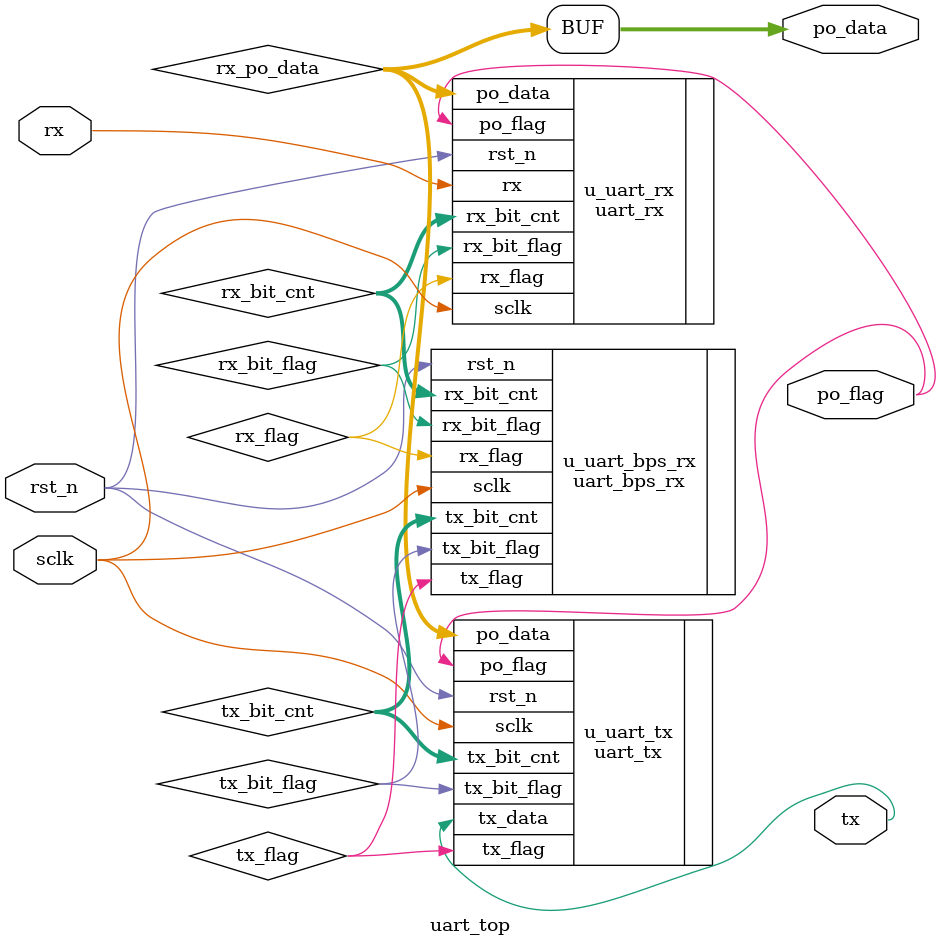
<source format=v>

module uart_top(
    input        wire        sclk,
    input        wire        rst_n, 
    input        wire        rx,
    output       wire        tx,
    output       wire        po_flag,
    output       wire[7:0]   po_data
);

// ÄÚ²¿ÐÅºÅ¶¨Òå
wire            rx_flag;        // ½ÓÊÕÊ¹ÄÜÐÅºÅ
wire            rx_bit_flag;    // ½ÓÊÕÎ»²ÉÑù±êÖ¾
wire [3:0]      rx_bit_cnt;     // ½ÓÊÕÎ»¼ÆÊýÆ÷
wire            tx_flag;        // ·¢ËÍÊ¹ÄÜÐÅºÅ  
wire            tx_bit_flag;    // ·¢ËÍÎ»²ÉÑù±êÖ¾
wire [3:0]      tx_bit_cnt;     // ·¢ËÍÎ»¼ÆÊýÆ÷
wire [7:0]      rx_po_data;     // ½ÓÊÕÊý¾Ý

// UART½ÓÊÕÄ£¿éÊµÀý»¯
uart_rx u_uart_rx(
    .sclk        (sclk),
    .rst_n       (rst_n),
    .rx          (rx),
    .rx_bit_cnt  (rx_bit_cnt),
    .rx_bit_flag (rx_bit_flag),
    .po_data     (rx_po_data),
    .rx_flag     (rx_flag),
    .po_flag     (po_flag)
);

// ²¨ÌØÂÊÉú³ÉÄ£¿éÊµÀý»¯
uart_bps_rx u_uart_bps_rx(
    .sclk        (sclk),
    .rst_n       (rst_n),
    .rx_flag     (rx_flag),
    .tx_flag     (tx_flag),
    .rx_bit_flag (rx_bit_flag),
    .rx_bit_cnt  (rx_bit_cnt),
    .tx_bit_flag (tx_bit_flag),
    .tx_bit_cnt  (tx_bit_cnt)
);

// UART·¢ËÍÄ£¿éÊµÀý»¯
uart_tx u_uart_tx(
    .sclk        (sclk),
    .rst_n       (rst_n),
    .po_flag     (po_flag),        // Ê¹ÓÃ½ÓÊÕÍê³É±êÖ¾×÷Îª·¢ËÍ´¥·¢
    .po_data     (rx_po_data),     // ½«½ÓÊÕµ½µÄÊý¾ÝÖ±½Ó·¢ËÍ»ØÈ¥
    .tx_bit_flag (tx_bit_flag),
    .tx_bit_cnt  (tx_bit_cnt),
    .tx_flag     (tx_flag),
    .tx_data     (tx)
);

// Êä³ö½ÓÊÕµ½µÄÊý¾Ý
assign po_data = rx_po_data;

endmodule
</source>
